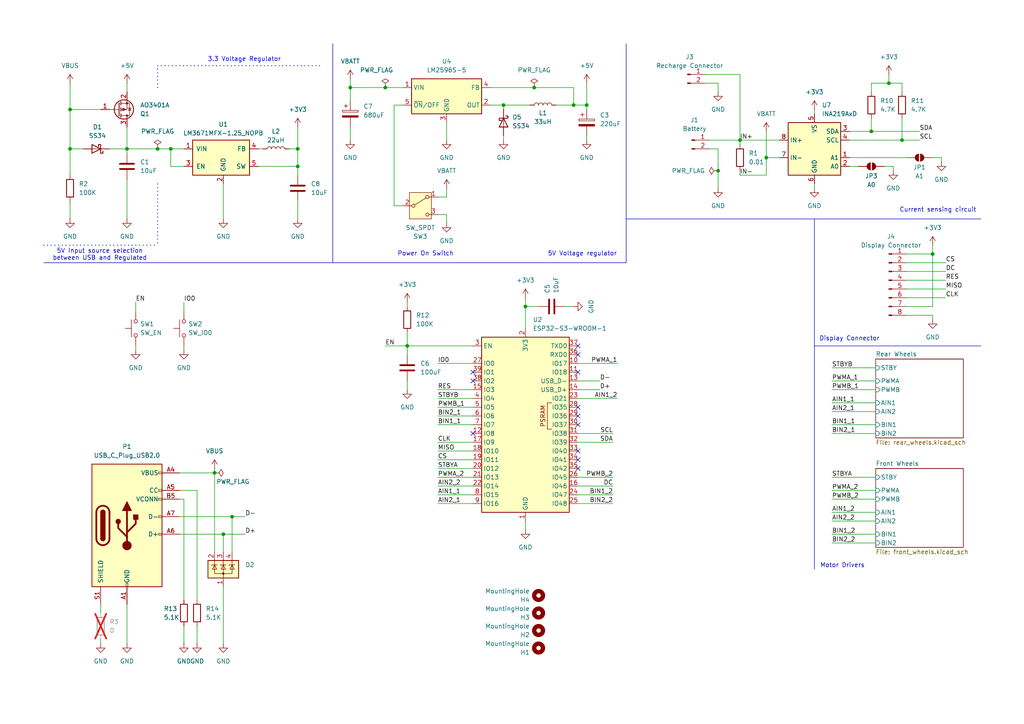
<source format=kicad_sch>
(kicad_sch (version 20250114) (generator "eeschema") (generator_version "9.0")
  (paper "A4")
  (title_block (title "Project Venice") (date "2025-06-15") (company "PSLab - Università di Bologna") (comment 4 "Nicolas Farabegoli"))
  (lib_symbols
    (symbol "Connector:Conn_01x02_Pin" (pin_names (offset 1.016) (hide yes))
      (property "Reference" "J" (at 0 2.54 0))
      (property "Value" "Conn_01x02_Pin" (at 0 -5.08 0))
      (symbol "Conn_01x02_Pin_1_1"
        (pin passive line (at 5.08 0 180) (length 3.81) (name "Pin_1") (number "1"))
        (pin passive line (at 5.08 -2.54 180) (length 3.81) (name "Pin_2") (number "2"))
      )
    )
    (symbol "Connector:Conn_01x08_Pin" (pin_names (offset 1.016) (hide yes))
      (property "Reference" "J" (at 0 10.16 0))
      (property "Value" "Conn_01x08_Pin" (at 0 -12.7 0))
      (symbol "Conn_01x08_Pin_1_1"
        (pin passive line (at 5.08 7.62 180) (length 3.81) (name "Pin_1") (number "1"))
        (pin passive line (at 5.08 5.08 180) (length 3.81) (name "Pin_2") (number "2"))
        (pin passive line (at 5.08 2.54 180) (length 3.81) (name "Pin_3") (number "3"))
        (pin passive line (at 5.08 0 180) (length 3.81) (name "Pin_4") (number "4"))
        (pin passive line (at 5.08 -2.54 180) (length 3.81) (name "Pin_5") (number "5"))
        (pin passive line (at 5.08 -5.08 180) (length 3.81) (name "Pin_6") (number "6"))
        (pin passive line (at 5.08 -7.62 180) (length 3.81) (name "Pin_7") (number "7"))
        (pin passive line (at 5.08 -10.16 180) (length 3.81) (name "Pin_8") (number "8"))
      )
    )
    (symbol "Connector:USB_C_Plug_USB2.0" (pin_names (offset 1.016))
      (property "Reference" "P" (at -10.16 19.05 0))
      (property "Value" "USB_C_Plug_USB2.0" (at 12.7 19.05 0))
      (symbol "USB_C_Plug_USB2.0_1_1"
        (pin passive line (at -7.62 -22.86 90) (length 5.08) (name "SHIELD") (number "S1"))
        (pin passive line (at 0 -22.86 90) (length 5.08) (name "GND") (number "A1"))
        (pin passive line (at 0 -22.86 90) (length 5.08) (hide yes) (name "GND") (number "A12"))
        (pin passive line (at 0 -22.86 90) (length 5.08) (hide yes) (name "GND") (number "B1"))
        (pin passive line (at 0 -22.86 90) (length 5.08) (hide yes) (name "GND") (number "B12"))
        (pin passive line (at 15.24 15.24 180) (length 5.08) (name "VBUS") (number "A4"))
        (pin passive line (at 15.24 15.24 180) (length 5.08) (hide yes) (name "VBUS") (number "A9"))
        (pin passive line (at 15.24 15.24 180) (length 5.08) (hide yes) (name "VBUS") (number "B4"))
        (pin passive line (at 15.24 15.24 180) (length 5.08) (hide yes) (name "VBUS") (number "B9"))
        (pin bidirectional line (at 15.24 10.16 180) (length 5.08) (name "CC") (number "A5"))
        (pin bidirectional line (at 15.24 7.62 180) (length 5.08) (name "VCONN") (number "B5"))
        (pin bidirectional line (at 15.24 2.54 180) (length 5.08) (name "D-") (number "A7"))
        (pin bidirectional line (at 15.24 -2.54 180) (length 5.08) (name "D+") (number "A6"))
      )
    )
    (symbol "Device:C" (pin_numbers (hide yes)) (pin_names (offset 0.254))
      (property "Reference" "C" (at 0.635 2.54 0))
      (property "Value" "C" (at 0.635 -2.54 0))
      (symbol "C_1_1"
        (pin passive line (at 0 3.81 270) (length 2.794) (name "~") (number "1"))
        (pin passive line (at 0 -3.81 90) (length 2.794) (name "~") (number "2"))
      )
    )
    (symbol "Device:C_Polarized" (pin_numbers (hide yes)) (pin_names (offset 0.254))
      (property "Reference" "C" (at 0.635 2.54 0))
      (property "Value" "C_Polarized" (at 0.635 -2.54 0))
      (symbol "C_Polarized_1_1"
        (pin passive line (at 0 3.81 270) (length 2.794) (name "~") (number "1"))
        (pin passive line (at 0 -3.81 90) (length 2.794) (name "~") (number "2"))
      )
    )
    (symbol "Device:L" (pin_numbers (hide yes)) (pin_names (offset 1.016) (hide yes))
      (property "Reference" "L" (at -1.27 0 90))
      (property "Value" "L" (at 1.905 0 90))
      (symbol "L_1_1"
        (pin passive line (at 0 3.81 270) (length 1.27) (name "1") (number "1"))
        (pin passive line (at 0 -3.81 90) (length 1.27) (name "2") (number "2"))
      )
    )
    (symbol "Device:R" (pin_numbers (hide yes)) (pin_names (offset 0))
      (property "Reference" "R" (at 2.032 0 90))
      (property "Value" "R" (at 0 0 90))
      (symbol "R_1_1"
        (pin passive line (at 0 3.81 270) (length 1.27) (name "~") (number "1"))
        (pin passive line (at 0 -3.81 90) (length 1.27) (name "~") (number "2"))
      )
    )
    (symbol "Diode:SS34" (pin_numbers (hide yes)) (pin_names (offset 1.016) (hide yes))
      (property "Reference" "D" (at 0 2.54 0))
      (property "Value" "SS34" (at 0 -2.54 0))
      (symbol "SS34_1_1"
        (pin passive line (at -3.81 0 0) (length 2.54) (name "K") (number "1"))
        (pin passive line (at 3.81 0 180) (length 2.54) (name "A") (number "2"))
      )
    )
    (symbol "Jumper:SolderJumper_2_Open" (pin_numbers (hide yes)) (pin_names (offset 0) (hide yes)) (in_bom no)
      (property "Reference" "JP" (at 0 2.032 0))
      (property "Value" "SolderJumper_2_Open" (at 0 -2.54 0))
      (symbol "SolderJumper_2_Open_1_1"
        (pin passive line (at -3.81 0 0) (length 2.54) (name "A") (number "1"))
        (pin passive line (at 3.81 0 180) (length 2.54) (name "B") (number "2"))
      )
    )
    (symbol "LM3671MFX-1.25_NOPB:LM3671MFX-1.25_NOPB" (pin_names (offset 1.016))
      (property "Reference" "U1" (at 0 9.652 0))
      (property "Value" "LM3671MFX-1.25_NOPB" (at 0 7.112 0))
      (symbol "LM3671MFX-1.25_NOPB_1_0"
        (pin input line (at -11.43 2.54 0) (length 2.54) (name "VIN") (number "1"))
        (pin bidirectional line (at -11.43 -2.54 0) (length 2.54) (name "EN") (number "3"))
        (pin power_in line (at 0 -7.62 90) (length 2.54) (name "GND") (number "2"))
        (pin bidirectional line (at 10.16 2.54 180) (length 2.54) (name "FB") (number "4"))
        (pin output line (at 10.16 -2.54 180) (length 2.54) (name "SW") (number "5"))
      )
    )
    (symbol "Mechanical:MountingHole" (pin_names (offset 1.016)) (in_bom no)
      (property "Reference" "H" (at 0 5.08 0))
      (property "Value" "MountingHole" (at 0 3.175 0))
    )
    (symbol "Power_Protection:SP0503BAHT" (pin_names (hide yes))
      (property "Reference" "D" (at 5.715 2.54 0))
      (property "Value" "SP0503BAHT" (at 5.715 0.635 0))
      (symbol "SP0503BAHT_0_0"
        (pin passive line (at 0 -5.08 90) (length 2.54) (name "A") (number "1"))
      )
      (symbol "SP0503BAHT_1_1"
        (pin passive line (at -2.54 5.08 270) (length 2.54) (name "K") (number "2"))
        (pin passive line (at 0 5.08 270) (length 2.54) (name "K") (number "3"))
        (pin passive line (at 2.54 5.08 270) (length 2.54) (name "K") (number "4"))
      )
    )
    (symbol "RF_Module:ESP32-S3-WROOM-1"
      (property "Reference" "U" (at -12.7 26.67 0))
      (property "Value" "ESP32-S3-WROOM-1" (at 12.7 26.67 0))
      (symbol "ESP32-S3-WROOM-1_0_0"
        (text "PSRAM" (at 5.08 2.54 900) (effects (font (size 1.27 1.27))))
      )
      (symbol "ESP32-S3-WROOM-1_1_1"
        (pin input line (at -15.24 22.86 0) (length 2.54) (name "EN") (number "3"))
        (pin bidirectional line (at -15.24 17.78 0) (length 2.54) (name "IO0") (number "27"))
        (pin bidirectional line (at -15.24 15.24 0) (length 2.54) (name "IO1") (number "39"))
        (pin bidirectional line (at -15.24 12.7 0) (length 2.54) (name "IO2") (number "38"))
        (pin bidirectional line (at -15.24 10.16 0) (length 2.54) (name "IO3") (number "15"))
        (pin bidirectional line (at -15.24 7.62 0) (length 2.54) (name "IO4") (number "4"))
        (pin bidirectional line (at -15.24 5.08 0) (length 2.54) (name "IO5") (number "5"))
        (pin bidirectional line (at -15.24 2.54 0) (length 2.54) (name "IO6") (number "6"))
        (pin bidirectional line (at -15.24 0 0) (length 2.54) (name "IO7") (number "7"))
        (pin bidirectional line (at -15.24 -2.54 0) (length 2.54) (name "IO8") (number "12"))
        (pin bidirectional line (at -15.24 -5.08 0) (length 2.54) (name "IO9") (number "17"))
        (pin bidirectional line (at -15.24 -7.62 0) (length 2.54) (name "IO10") (number "18"))
        (pin bidirectional line (at -15.24 -10.16 0) (length 2.54) (name "IO11") (number "19"))
        (pin bidirectional line (at -15.24 -12.7 0) (length 2.54) (name "IO12") (number "20"))
        (pin bidirectional line (at -15.24 -15.24 0) (length 2.54) (name "IO13") (number "21"))
        (pin bidirectional line (at -15.24 -17.78 0) (length 2.54) (name "IO14") (number "22"))
        (pin bidirectional line (at -15.24 -20.32 0) (length 2.54) (name "IO15") (number "8"))
        (pin bidirectional line (at -15.24 -22.86 0) (length 2.54) (name "IO16") (number "9"))
        (pin power_in line (at 0 27.94 270) (length 2.54) (name "3V3") (number "2"))
        (pin power_in line (at 0 -27.94 90) (length 2.54) (name "GND") (number "1"))
        (pin passive line (at 0 -27.94 90) (length 2.54) (hide yes) (name "GND") (number "40"))
        (pin passive line (at 0 -27.94 90) (length 2.54) (hide yes) (name "GND") (number "41"))
        (pin bidirectional line (at 15.24 22.86 180) (length 2.54) (name "TXD0") (number "37"))
        (pin bidirectional line (at 15.24 20.32 180) (length 2.54) (name "RXD0") (number "36"))
        (pin bidirectional line (at 15.24 17.78 180) (length 2.54) (name "IO17") (number "10"))
        (pin bidirectional line (at 15.24 15.24 180) (length 2.54) (name "IO18") (number "11"))
        (pin bidirectional line (at 15.24 12.7 180) (length 2.54) (name "USB_D-") (number "13"))
        (pin bidirectional line (at 15.24 10.16 180) (length 2.54) (name "USB_D+") (number "14"))
        (pin bidirectional line (at 15.24 7.62 180) (length 2.54) (name "IO21") (number "23"))
        (pin bidirectional line (at 15.24 5.08 180) (length 2.54) (name "IO35") (number "28"))
        (pin bidirectional line (at 15.24 2.54 180) (length 2.54) (name "IO36") (number "29"))
        (pin bidirectional line (at 15.24 0 180) (length 2.54) (name "IO37") (number "30"))
        (pin bidirectional line (at 15.24 -2.54 180) (length 2.54) (name "IO38") (number "31"))
        (pin bidirectional line (at 15.24 -5.08 180) (length 2.54) (name "IO39") (number "32"))
        (pin bidirectional line (at 15.24 -7.62 180) (length 2.54) (name "IO40") (number "33"))
        (pin bidirectional line (at 15.24 -10.16 180) (length 2.54) (name "IO41") (number "34"))
        (pin bidirectional line (at 15.24 -12.7 180) (length 2.54) (name "IO42") (number "35"))
        (pin bidirectional line (at 15.24 -15.24 180) (length 2.54) (name "IO45") (number "26"))
        (pin bidirectional line (at 15.24 -17.78 180) (length 2.54) (name "IO46") (number "16"))
        (pin bidirectional line (at 15.24 -20.32 180) (length 2.54) (name "IO47") (number "24"))
        (pin bidirectional line (at 15.24 -22.86 180) (length 2.54) (name "IO48") (number "25"))
      )
    )
    (symbol "Regulator_Switching:LM2596S-5"
      (property "Reference" "U" (at -10.16 6.35 0))
      (property "Value" "LM2596S-5" (at 0 6.35 0))
      (symbol "LM2596S-5_1_1"
        (pin power_in line (at -12.7 2.54 0) (length 2.54) (name "VIN") (number "1"))
        (pin input line (at -12.7 -2.54 0) (length 2.54) (name "~{ON}/OFF") (number "5"))
        (pin power_in line (at 0 -7.62 90) (length 2.54) (name "GND") (number "3"))
        (pin input line (at 12.7 2.54 180) (length 2.54) (name "FB") (number "4"))
        (pin output line (at 12.7 -2.54 180) (length 2.54) (name "OUT") (number "2"))
      )
    )
    (symbol "Sensor_Energy:INA219AxD"
      (property "Reference" "U" (at -6.35 8.89 0))
      (property "Value" "INA219AxD" (at 5.08 8.89 0))
      (symbol "INA219AxD_1_1"
        (pin input line (at -10.16 2.54 0) (length 2.54) (name "IN+") (number "8"))
        (pin input line (at -10.16 -2.54 0) (length 2.54) (name "IN-") (number "7"))
        (pin power_in line (at 0 10.16 270) (length 2.54) (name "VS") (number "5"))
        (pin power_in line (at 0 -10.16 90) (length 2.54) (name "GND") (number "6"))
        (pin bidirectional line (at 10.16 5.08 180) (length 2.54) (name "SDA") (number "3"))
        (pin input line (at 10.16 2.54 180) (length 2.54) (name "SCL") (number "4"))
        (pin input line (at 10.16 -2.54 180) (length 2.54) (name "A1") (number "1"))
        (pin input line (at 10.16 -5.08 180) (length 2.54) (name "A0") (number "2"))
      )
    )
    (symbol "Switch:SW_Push" (pin_numbers (hide yes)) (pin_names (offset 1.016) (hide yes))
      (property "Reference" "SW" (at 1.27 2.54 0))
      (property "Value" "SW_Push" (at 0 -1.524 0))
      (symbol "SW_Push_0_1"
        (pin passive line (at -5.08 0 0) (length 2.54) (name "1") (number "1"))
        (pin passive line (at 5.08 0 180) (length 2.54) (name "2") (number "2"))
      )
    )
    (symbol "Switch:SW_SPDT" (pin_names (offset 0) (hide yes))
      (property "Reference" "SW" (at 0 5.08 0))
      (property "Value" "SW_SPDT" (at 0 -5.08 0))
      (symbol "SW_SPDT_1_1"
        (pin passive line (at -5.08 0 0) (length 2.54) (name "B") (number "2"))
        (pin passive line (at 5.08 2.54 180) (length 2.54) (name "A") (number "1"))
        (pin passive line (at 5.08 -2.54 180) (length 2.54) (name "C") (number "3"))
      )
    )
    (symbol "Transistor_FET:AO3401A" (pin_names (hide yes))
      (property "Reference" "Q" (at 5.08 1.905 0))
      (property "Value" "AO3401A" (at 5.08 0 0))
      (symbol "AO3401A_1_1"
        (pin input line (at -5.08 0 0) (length 2.54) (name "G") (number "1"))
        (pin passive line (at 2.54 5.08 270) (length 2.54) (name "D") (number "3"))
        (pin passive line (at 2.54 -5.08 90) (length 2.54) (name "S") (number "2"))
      )
    )
    (symbol "power:+3V3" (power) (pin_numbers (hide yes)) (pin_names (offset 0) (hide yes))
      (property "Value" "+3V3" (at 0 3.556 0))
      (symbol "+3V3_1_1"
        (pin power_in line (at 0 0 90) (length 0) (name "~") (number "1"))
      )
    )
    (symbol "power:+5V" (power) (pin_numbers (hide yes)) (pin_names (offset 0) (hide yes))
      (property "Value" "+5V" (at 0 3.556 0))
      (symbol "+5V_1_1"
        (pin power_in line (at 0 0 90) (length 0) (name "~") (number "1"))
      )
    )
    (symbol "power:GND" (power) (pin_numbers (hide yes)) (pin_names (offset 0) (hide yes))
      (property "Value" "GND" (at 0 -3.81 0))
      (symbol "GND_1_1"
        (pin power_in line (at 0 0 270) (length 0) (name "~") (number "1"))
      )
    )
    (symbol "power:PWR_FLAG" (power) (pin_numbers (hide yes)) (pin_names (offset 0) (hide yes))
      (property "Value" "PWR_FLAG" (at 0 3.81 0))
      (symbol "PWR_FLAG_0_0"
        (pin power_out line (at 0 0 90) (length 0) (name "~") (number "1"))
      )
    )
    (symbol "power:VBUS" (power) (pin_numbers (hide yes)) (pin_names (offset 0) (hide yes))
      (property "Value" "VBUS" (at 0 3.556 0))
      (symbol "VBUS_1_1"
        (pin power_in line (at 0 0 90) (length 0) (name "~") (number "1"))
      )
    )
    (symbol "power:VDC" (power) (pin_numbers (hide yes)) (pin_names (offset 0) (hide yes))
      (property "Value" "VDC" (at 0 3.556 0))
      (symbol "VDC_1_1"
        (pin power_in line (at 0 0 90) (length 0) (name "~") (number "1"))
      )
    )
  )
  (text "Motor Drivers" (at 244.348 164.084 0) (effects (font (size 1.27 1.27))))
  (text "5V Voltage regulator" (at 168.91 73.66 0) (effects (font (size 1.27 1.27))))
  (text "5V Input source selection\nbetween USB and Regulated" (at 28.956 73.914 0) (effects (font (size 1.27 1.27))))
  (text "Display Connector" (at 246.38 98.298 0) (effects (font (size 1.27 1.27))))
  (text "Power On Switch" (at 123.444 73.66 0) (effects (font (size 1.27 1.27))))
  (text "Current sensing circuit" (at 272.034 60.96 0) (effects (font (size 1.27 1.27))))
  (text "3.3 Voltage Regulator" (at 70.866 17.272 0) (effects (font (size 1.27 1.27))))
  (junction (at 146.05 30.48))
  (junction (at 208.28 49.53))
  (junction (at 166.37 30.48))
  (junction (at 261.62 40.64))
  (junction (at 111.76 25.4))
  (junction (at 222.25 45.72))
  (junction (at 101.6 25.4))
  (junction (at 64.77 154.94))
  (junction (at 154.94 25.4))
  (junction (at 214.63 40.64))
  (junction (at 49.53 43.18))
  (junction (at 86.36 48.26))
  (junction (at 20.32 43.18))
  (junction (at 36.83 43.18))
  (junction (at 257.81 24.13))
  (junction (at 170.18 30.48))
  (junction (at 270.51 73.66))
  (junction (at 62.23 137.16))
  (junction (at 20.32 31.75))
  (junction (at 118.11 100.33))
  (junction (at 67.31 149.86))
  (junction (at 252.73 38.1))
  (junction (at 152.4 88.9))
  (junction (at 86.36 43.18))
  (junction (at 45.72 43.18))
  (no_connect (at 167.64 133.35))
  (no_connect (at 167.64 102.87))
  (no_connect (at 167.64 118.11))
  (no_connect (at 167.64 135.89))
  (no_connect (at 167.64 120.65))
  (no_connect (at 137.16 110.49))
  (no_connect (at 167.64 100.33))
  (no_connect (at 137.16 107.95))
  (no_connect (at 137.16 125.73))
  (no_connect (at 167.64 130.81))
  (no_connect (at 167.64 107.95))
  (no_connect (at 167.64 123.19))
  (wire (pts (xy 262.89 91.44) (xy 270.51 91.44)))
  (wire (pts (xy 262.89 73.66) (xy 270.51 73.66)))
  (wire (pts (xy 222.25 38.1) (xy 222.25 45.72)))
  (wire (pts (xy 170.18 30.48) (xy 170.18 31.75)))
  (wire (pts (xy 257.81 24.13) (xy 261.62 24.13)))
  (wire (pts (xy 152.4 88.9) (xy 156.21 88.9)))
  (wire (pts (xy 259.08 48.26) (xy 259.08 49.53)))
  (polyline (pts (xy 181.61 12.7) (xy 181.61 76.2)))
  (wire (pts (xy 20.32 24.13) (xy 20.32 31.75)))
  (wire (pts (xy 49.53 48.26) (xy 49.53 43.18)))
  (wire (pts (xy 29.21 185.42) (xy 29.21 186.69)))
  (wire (pts (xy 29.21 31.75) (xy 20.32 31.75)))
  (wire (pts (xy 204.47 21.59) (xy 214.63 21.59)))
  (wire (pts (xy 57.15 181.61) (xy 57.15 186.69)))
  (wire (pts (xy 64.77 170.18) (xy 64.77 186.69)))
  (wire (pts (xy 177.8 146.05) (xy 167.64 146.05)))
  (wire (pts (xy 36.83 52.07) (xy 36.83 63.5)))
  (wire (pts (xy 53.34 144.78) (xy 52.07 144.78)))
  (wire (pts (xy 261.62 40.64) (xy 266.7 40.64)))
  (wire (pts (xy 167.64 143.51) (xy 177.8 143.51)))
  (wire (pts (xy 146.05 30.48) (xy 146.05 31.75)))
  (wire (pts (xy 163.83 88.9) (xy 166.37 88.9)))
  (wire (pts (xy 127 135.89) (xy 137.16 135.89)))
  (wire (pts (xy 137.16 140.97) (xy 127 140.97)))
  (wire (pts (xy 257.81 21.59) (xy 257.81 24.13)))
  (wire (pts (xy 36.83 36.83) (xy 36.83 43.18)))
  (wire (pts (xy 167.64 113.03) (xy 173.99 113.03)))
  (wire (pts (xy 214.63 21.59) (xy 214.63 40.64)))
  (wire (pts (xy 252.73 26.67) (xy 252.73 24.13)))
  (wire (pts (xy 241.3 106.68) (xy 254 106.68)))
  (wire (pts (xy 62.23 137.16) (xy 62.23 135.89)))
  (wire (pts (xy 127 146.05) (xy 137.16 146.05)))
  (wire (pts (xy 53.34 87.63) (xy 53.34 90.17)))
  (wire (pts (xy 86.36 48.26) (xy 86.36 50.8)))
  (wire (pts (xy 241.3 119.38) (xy 254 119.38)))
  (wire (pts (xy 204.47 24.13) (xy 208.28 24.13)))
  (wire (pts (xy 236.22 53.34) (xy 236.22 54.61)))
  (wire (pts (xy 241.3 116.84) (xy 254 116.84)))
  (wire (pts (xy 118.11 87.63) (xy 118.11 88.9)))
  (wire (pts (xy 222.25 45.72) (xy 226.06 45.72)))
  (wire (pts (xy 137.16 130.81) (xy 127 130.81)))
  (wire (pts (xy 86.36 43.18) (xy 83.82 43.18)))
  (polyline (pts (xy 96.52 76.2) (xy 181.61 76.2)))
  (wire (pts (xy 114.3 59.69) (xy 116.84 59.69)))
  (wire (pts (xy 64.77 53.34) (xy 64.77 63.5)))
  (wire (pts (xy 74.93 43.18) (xy 76.2 43.18)))
  (wire (pts (xy 142.24 25.4) (xy 154.94 25.4)))
  (wire (pts (xy 101.6 22.86) (xy 101.6 25.4)))
  (wire (pts (xy 129.54 57.15) (xy 129.54 54.61)))
  (wire (pts (xy 261.62 34.29) (xy 261.62 40.64)))
  (wire (pts (xy 252.73 34.29) (xy 252.73 38.1)))
  (polyline (pts (xy 96.52 12.7) (xy 96.52 76.2)))
  (wire (pts (xy 241.3 157.48) (xy 254 157.48)))
  (wire (pts (xy 152.4 151.13) (xy 152.4 153.67)))
  (wire (pts (xy 53.34 100.33) (xy 53.34 101.6)))
  (wire (pts (xy 262.89 86.36) (xy 274.32 86.36)))
  (wire (pts (xy 127 143.51) (xy 137.16 143.51)))
  (wire (pts (xy 241.3 144.78) (xy 254 144.78)))
  (wire (pts (xy 152.4 88.9) (xy 152.4 95.25)))
  (wire (pts (xy 262.89 88.9) (xy 270.51 88.9)))
  (wire (pts (xy 20.32 31.75) (xy 20.32 43.18)))
  (wire (pts (xy 167.64 105.41) (xy 179.07 105.41)))
  (wire (pts (xy 127 123.19) (xy 137.16 123.19)))
  (wire (pts (xy 52.07 137.16) (xy 62.23 137.16)))
  (wire (pts (xy 241.3 151.13) (xy 254 151.13)))
  (wire (pts (xy 205.74 43.18) (xy 208.28 43.18)))
  (wire (pts (xy 127 105.41) (xy 137.16 105.41)))
  (wire (pts (xy 246.38 45.72) (xy 262.89 45.72)))
  (polyline (pts (xy 45.72 19.05) (xy 92.71 19.05)) (stroke (width 0.254) (type dot)))
  (wire (pts (xy 208.28 43.18) (xy 208.28 49.53)))
  (wire (pts (xy 20.32 43.18) (xy 24.13 43.18)))
  (wire (pts (xy 74.93 48.26) (xy 86.36 48.26)))
  (wire (pts (xy 270.51 45.72) (xy 273.05 45.72)))
  (wire (pts (xy 262.89 76.2) (xy 274.32 76.2)))
  (wire (pts (xy 270.51 91.44) (xy 270.51 92.71)))
  (polyline (pts (xy 45.72 53.34) (xy 45.72 71.12)) (stroke (width 0.254) (type dot)))
  (wire (pts (xy 146.05 30.48) (xy 153.67 30.48)))
  (wire (pts (xy 214.63 40.64) (xy 214.63 41.91)))
  (wire (pts (xy 261.62 24.13) (xy 261.62 26.67)))
  (wire (pts (xy 270.51 73.66) (xy 270.51 71.12)))
  (wire (pts (xy 53.34 181.61) (xy 53.34 186.69)))
  (wire (pts (xy 39.37 87.63) (xy 39.37 90.17)))
  (wire (pts (xy 101.6 25.4) (xy 111.76 25.4)))
  (polyline (pts (xy 12.7 76.2) (xy 96.52 76.2)))
  (wire (pts (xy 208.28 49.53) (xy 208.28 54.61)))
  (wire (pts (xy 29.21 175.26) (xy 29.21 177.8)))
  (wire (pts (xy 241.3 138.43) (xy 254 138.43)))
  (wire (pts (xy 167.64 140.97) (xy 177.8 140.97)))
  (wire (pts (xy 273.05 45.72) (xy 273.05 46.99)))
  (wire (pts (xy 62.23 137.16) (xy 62.23 160.02)))
  (polyline (pts (xy 284.48 100.33) (xy 236.22 100.33)))
  (wire (pts (xy 86.36 58.42) (xy 86.36 63.5)))
  (wire (pts (xy 262.89 78.74) (xy 274.32 78.74)))
  (wire (pts (xy 154.94 25.4) (xy 166.37 25.4)))
  (wire (pts (xy 167.64 115.57) (xy 179.07 115.57)))
  (wire (pts (xy 127 115.57) (xy 137.16 115.57)))
  (wire (pts (xy 166.37 30.48) (xy 170.18 30.48)))
  (wire (pts (xy 222.25 50.8) (xy 222.25 45.72)))
  (wire (pts (xy 67.31 149.86) (xy 71.12 149.86)))
  (wire (pts (xy 20.32 58.42) (xy 20.32 63.5)))
  (wire (pts (xy 31.75 43.18) (xy 36.83 43.18)))
  (wire (pts (xy 167.64 128.27) (xy 177.8 128.27)))
  (wire (pts (xy 118.11 96.52) (xy 118.11 100.33)))
  (wire (pts (xy 246.38 48.26) (xy 248.92 48.26)))
  (wire (pts (xy 241.3 123.19) (xy 254 123.19)))
  (wire (pts (xy 270.51 73.66) (xy 270.51 88.9)))
  (wire (pts (xy 52.07 154.94) (xy 64.77 154.94)))
  (wire (pts (xy 36.83 43.18) (xy 36.83 44.45)))
  (wire (pts (xy 53.34 48.26) (xy 49.53 48.26)))
  (wire (pts (xy 241.3 148.59) (xy 254 148.59)))
  (wire (pts (xy 152.4 86.36) (xy 152.4 88.9)))
  (wire (pts (xy 252.73 38.1) (xy 266.7 38.1)))
  (wire (pts (xy 170.18 24.13) (xy 170.18 30.48)))
  (polyline (pts (xy 236.22 63.5) (xy 236.22 100.33)))
  (wire (pts (xy 101.6 25.4) (xy 101.6 29.21)))
  (wire (pts (xy 262.89 83.82) (xy 274.32 83.82)))
  (wire (pts (xy 214.63 49.53) (xy 214.63 50.8)))
  (wire (pts (xy 111.76 100.33) (xy 118.11 100.33)))
  (wire (pts (xy 127 138.43) (xy 137.16 138.43)))
  (wire (pts (xy 146.05 39.37) (xy 146.05 40.64)))
  (wire (pts (xy 167.64 110.49) (xy 173.99 110.49)))
  (wire (pts (xy 142.24 30.48) (xy 146.05 30.48)))
  (wire (pts (xy 177.8 138.43) (xy 167.64 138.43)))
  (polyline (pts (xy 236.22 100.33) (xy 236.22 165.1)))
  (wire (pts (xy 20.32 43.18) (xy 20.32 50.8)))
  (wire (pts (xy 118.11 100.33) (xy 137.16 100.33)))
  (wire (pts (xy 36.83 175.26) (xy 36.83 186.69)))
  (wire (pts (xy 53.34 144.78) (xy 53.34 173.99)))
  (wire (pts (xy 161.29 30.48) (xy 166.37 30.48)))
  (wire (pts (xy 214.63 50.8) (xy 222.25 50.8)))
  (wire (pts (xy 241.3 110.49) (xy 254 110.49)))
  (polyline (pts (xy 12.7 71.12) (xy 45.72 71.12)) (stroke (width 0.254) (type dot)))
  (wire (pts (xy 236.22 31.75) (xy 236.22 33.02)))
  (wire (pts (xy 256.54 48.26) (xy 259.08 48.26)))
  (polyline (pts (xy 45.72 25.4) (xy 45.72 19.05)) (stroke (width 0.254) (type dot)))
  (wire (pts (xy 127 62.23) (xy 129.54 62.23)))
  (wire (pts (xy 205.74 40.64) (xy 214.63 40.64)))
  (wire (pts (xy 170.18 39.37) (xy 170.18 40.64)))
  (wire (pts (xy 127 120.65) (xy 137.16 120.65)))
  (wire (pts (xy 114.3 30.48) (xy 114.3 59.69)))
  (wire (pts (xy 118.11 100.33) (xy 118.11 102.87)))
  (wire (pts (xy 36.83 43.18) (xy 45.72 43.18)))
  (wire (pts (xy 127 118.11) (xy 137.16 118.11)))
  (wire (pts (xy 129.54 35.56) (xy 129.54 40.64)))
  (wire (pts (xy 52.07 142.24) (xy 57.15 142.24)))
  (wire (pts (xy 241.3 142.24) (xy 254 142.24)))
  (wire (pts (xy 114.3 30.48) (xy 116.84 30.48)))
  (wire (pts (xy 167.64 125.73) (xy 177.8 125.73)))
  (wire (pts (xy 64.77 154.94) (xy 64.77 160.02)))
  (wire (pts (xy 127 113.03) (xy 137.16 113.03)))
  (wire (pts (xy 166.37 25.4) (xy 166.37 30.48)))
  (wire (pts (xy 57.15 142.24) (xy 57.15 173.99)))
  (wire (pts (xy 129.54 62.23) (xy 129.54 64.77)))
  (wire (pts (xy 86.36 36.83) (xy 86.36 43.18)))
  (wire (pts (xy 101.6 36.83) (xy 101.6 40.64)))
  (wire (pts (xy 241.3 113.03) (xy 254 113.03)))
  (wire (pts (xy 214.63 40.64) (xy 226.06 40.64)))
  (wire (pts (xy 49.53 43.18) (xy 53.34 43.18)))
  (wire (pts (xy 252.73 24.13) (xy 257.81 24.13)))
  (wire (pts (xy 246.38 38.1) (xy 252.73 38.1)))
  (wire (pts (xy 241.3 154.94) (xy 254 154.94)))
  (wire (pts (xy 45.72 43.18) (xy 49.53 43.18)))
  (wire (pts (xy 118.11 110.49) (xy 118.11 113.03)))
  (wire (pts (xy 52.07 149.86) (xy 67.31 149.86)))
  (wire (pts (xy 111.76 25.4) (xy 116.84 25.4)))
  (wire (pts (xy 127 57.15) (xy 129.54 57.15)))
  (wire (pts (xy 137.16 128.27) (xy 127 128.27)))
  (wire (pts (xy 64.77 154.94) (xy 71.12 154.94)))
  (wire (pts (xy 86.36 48.26) (xy 86.36 43.18)))
  (wire (pts (xy 208.28 24.13) (xy 208.28 26.67)))
  (wire (pts (xy 246.38 40.64) (xy 261.62 40.64)))
  (wire (pts (xy 262.89 81.28) (xy 274.32 81.28)))
  (wire (pts (xy 39.37 100.33) (xy 39.37 101.6)))
  (polyline (pts (xy 181.61 63.5) (xy 284.48 63.5)))
  (wire (pts (xy 36.83 24.13) (xy 36.83 26.67)))
  (wire (pts (xy 137.16 133.35) (xy 127 133.35)))
  (wire (pts (xy 67.31 149.86) (xy 67.31 160.02)))
  (wire (pts (xy 241.3 125.73) (xy 254 125.73)))
  (label "STBYB" (at 241.3 106.68 0))
  (label "RES" (at 127 113.03 0))
  (label "PWMA_1" (at 179.07 105.41 180))
  (label "AIN1_1" (at 127 143.51 0))
  (label "STBYA" (at 241.3 138.43 0))
  (label "SCL" (at 266.7 40.64 0))
  (label "PWMA_2" (at 127 138.43 0))
  (label "IN-" (at 214.63 50.8 0))
  (label "EN" (at 111.76 100.33 0))
  (label "BIN1_1" (at 127 123.19 0))
  (label "BIN2_1" (at 127 120.65 0))
  (label "EN" (at 39.37 87.63 0))
  (label "BIN2_2" (at 241.3 157.48 0))
  (label "CS" (at 274.32 76.2 0))
  (label "CS" (at 127 133.35 0))
  (label "PWMB_2" (at 177.8 138.43 180))
  (label "AIN2_1" (at 127 146.05 0))
  (label "SDA" (at 266.7 38.1 0))
  (label "IO0" (at 127 105.41 0))
  (label "AIN2_1" (at 241.3 119.38 0))
  (label "CLK" (at 127 128.27 0))
  (label "AIN1_2" (at 179.07 115.57 180))
  (label "AIN1_2" (at 241.3 148.59 0))
  (label "SCL" (at 177.8 125.73 180))
  (label "RES" (at 274.32 81.28 0))
  (label "AIN2_2" (at 241.3 151.13 0))
  (label "D+" (at 71.12 154.94 0))
  (label "D-" (at 71.12 149.86 0))
  (label "BIN1_1" (at 241.3 123.19 0))
  (label "BIN2_2" (at 177.8 146.05 180))
  (label "AIN1_1" (at 241.3 116.84 0))
  (label "MISO" (at 274.32 83.82 0))
  (label "STBYA" (at 127 135.89 0))
  (label "IN+" (at 214.63 40.64 0))
  (label "STBYB" (at 127 115.57 0))
  (label "AIN2_2" (at 127 140.97 0))
  (label "BIN2_1" (at 241.3 125.73 0))
  (label "CLK" (at 274.32 86.36 0))
  (label "BIN1_2" (at 177.8 143.51 180))
  (label "DC" (at 274.32 78.74 0))
  (label "PWMB_1" (at 241.3 113.03 0))
  (label "D-" (at 173.99 110.49 0))
  (label "PWMA_2" (at 241.3 142.24 0))
  (label "PWMB_2" (at 241.3 144.78 0))
  (label "IO0" (at 53.34 87.63 0))
  (label "BIN1_2" (at 241.3 154.94 0))
  (label "D+" (at 173.99 113.03 0))
  (label "PWMB_1" (at 127 118.11 0))
  (label "PWMA_1" (at 241.3 110.49 0))
  (label "DC" (at 177.8 140.97 180))
  (label "SDA" (at 177.8 128.27 180))
  (label "MISO" (at 127 130.81 0))
  (symbol (lib_id "Mechanical:MountingHole") (at 156.21 187.96 180) (unit 1) (in_bom no)
    (property "Reference" "H1" (at 153.67 189.2301 0) (effects (justify left)))
    (property "Value" "MountingHole" (at 153.67 186.6901 0) (effects (justify left)))
    (property "Footprint" "MountingHole:MountingHole_3.2mm_M3" (effects (hide yes)))
    (property "Description" "Mounting Hole without connection" (effects (hide yes)))
  )
  (symbol (lib_id "Device:L") (at 157.48 30.48 90) (unit 1)
    (property "Reference" "L1" (at 157.48 32.766 90))
    (property "Value" "33uH" (at 157.48 35.306 90))
    (property "Footprint" "Inductor_SMD:L_10.4x10.4_H4.8" (effects (hide yes)))
    (property "Description" "Inductor" (effects (hide yes)))
    (property "LCSC" "C9186" (effects (hide yes)))
  )
  (symbol (lib_id "power:PWR_FLAG") (at 45.72 43.18 0) (unit 1)
    (property "Reference" "#FLG01" (effects (hide yes)))
    (property "Value" "PWR_FLAG" (at 45.72 38.1 0))
    (property "Description" "Special symbol for telling ERC where power comes from" (effects (hide yes)))
  )
  (symbol (lib_id "Device:R") (at 20.32 54.61 0) (unit 1)
    (property "Reference" "R2" (at 22.86 53.3399 0) (effects (justify left)))
    (property "Value" "100K" (at 22.86 55.8799 0) (effects (justify left)))
    (property "Footprint" "Resistor_SMD:R_0805_2012Metric" (effects (hide yes)))
    (property "Description" "Resistor" (effects (hide yes)))
    (property "LCSC" "C149504" (effects (hide yes)))
  )
  (symbol (lib_id "power:VBUS") (at 62.23 135.89 0) (unit 1)
    (property "Reference" "#PWR047" (effects (hide yes)))
    (property "Value" "VBUS" (at 62.23 130.81 0))
    (property "Description" "Power symbol creates a global label with name \"VBUS\"" (effects (hide yes)))
  )
  (symbol (lib_id "Connector:Conn_01x02_Pin") (at 200.66 40.64 0) (unit 1)
    (property "Reference" "J1" (at 201.422 34.798 0))
    (property "Value" "Battery" (at 201.422 37.338 0))
    (property "Footprint" "Connector_JST:JST_EH_S2B-EH_1x02_P2.50mm_Horizontal" (effects (hide yes)))
    (property "Description" "Generic connector, single row, 01x02, script generated" (effects (hide yes)))
  )
  (symbol (lib_id "Device:R") (at 57.15 177.8 0) (unit 1)
    (property "Reference" "R14" (at 59.69 176.5299 0) (effects (justify left)))
    (property "Value" "5.1K" (at 59.69 179.0699 0) (effects (justify left)))
    (property "Footprint" "Resistor_SMD:R_0805_2012Metric" (effects (hide yes)))
    (property "Description" "Resistor" (effects (hide yes)))
    (property "LCSC" "C27834" (effects (hide yes)))
  )
  (symbol (lib_id "Device:C") (at 86.36 54.61 0) (unit 1)
    (property "Reference" "C8" (at 90.17 53.3399 0) (effects (justify left)))
    (property "Value" "10uF" (at 90.17 55.8799 0) (effects (justify left)))
    (property "Footprint" "Capacitor_SMD:C_0805_2012Metric" (effects (hide yes)))
    (property "Description" "Unpolarized capacitor" (effects (hide yes)))
    (property "LCSC" "C15850" (effects (hide yes)))
  )
  (symbol (lib_id "power:GND") (at 86.36 63.5 0) (unit 1)
    (property "Reference" "#PWR049" (effects (hide yes)))
    (property "Value" "GND" (at 86.36 68.58 0))
    (property "Description" "Power symbol creates a global label with name \"GND\" , ground" (effects (hide yes)))
  )
  (symbol (lib_id "Device:R") (at 214.63 45.72 180) (unit 1)
    (property "Reference" "R1" (at 217.17 44.4499 0) (effects (justify right)))
    (property "Value" "0.01" (at 217.17 46.9899 0) (effects (justify right)))
    (property "Footprint" "Resistor_SMD:R_2512_6332Metric" (effects (hide yes)))
    (property "Description" "Resistor" (effects (hide yes)))
    (property "LCSC" "C25466" (effects (hide yes)))
  )
  (symbol (lib_id "Device:R") (at 261.62 30.48 0) (unit 1)
    (property "Reference" "R11" (at 264.16 29.2099 0) (effects (justify left)))
    (property "Value" "4.7K" (at 264.16 31.7499 0) (effects (justify left)))
    (property "Footprint" "Resistor_SMD:R_0805_2012Metric" (effects (hide yes)))
    (property "Description" "Resistor" (effects (hide yes)))
    (property "LCSC" "C17673" (effects (hide yes)))
  )
  (symbol (lib_id "power:VDC") (at 129.54 54.61 0) (mirror y) (unit 1)
    (property "Reference" "#PWR035" (effects (hide yes)))
    (property "Value" "VBATT" (at 129.54 49.53 0))
    (property "Description" "Power symbol creates a global label with name \"VDC\"" (effects (hide yes)))
  )
  (symbol (lib_id "power:PWR_FLAG") (at 154.94 25.4 0) (unit 1)
    (property "Reference" "#FLG04" (effects (hide yes)))
    (property "Value" "PWR_FLAG" (at 154.94 20.32 0))
    (property "Description" "Special symbol for telling ERC where power comes from" (effects (hide yes)))
  )
  (symbol (lib_id "Device:C") (at 36.83 48.26 0) (unit 1)
    (property "Reference" "C1" (at 40.64 46.9899 0) (effects (justify left)))
    (property "Value" "10uF" (at 40.64 49.5299 0) (effects (justify left)))
    (property "Footprint" "Capacitor_SMD:C_0805_2012Metric" (effects (hide yes)))
    (property "Description" "Unpolarized capacitor" (effects (hide yes)))
    (property "LCSC" "C15850" (effects (hide yes)))
  )
  (symbol (lib_id "power:GND") (at 64.77 63.5 0) (unit 1)
    (property "Reference" "#PWR041" (effects (hide yes)))
    (property "Value" "GND" (at 64.77 68.58 0))
    (property "Description" "Power symbol creates a global label with name \"GND\" , ground" (effects (hide yes)))
  )
  (symbol (lib_id "power:GND") (at 129.54 40.64 0) (unit 1)
    (property "Reference" "#PWR03" (effects (hide yes)))
    (property "Value" "GND" (at 129.54 45.72 0))
    (property "Description" "Power symbol creates a global label with name \"GND\" , ground" (effects (hide yes)))
  )
  (symbol (lib_id "power:GND") (at 101.6 40.64 0) (unit 1)
    (property "Reference" "#PWR025" (effects (hide yes)))
    (property "Value" "GND" (at 101.6 45.72 0))
    (property "Description" "Power symbol creates a global label with name \"GND\" , ground" (effects (hide yes)))
  )
  (symbol (lib_id "Device:C_Polarized") (at 101.6 33.02 0) (unit 1)
    (property "Reference" "C7" (at 105.41 30.8609 0) (effects (justify left)))
    (property "Value" "680uF" (at 105.41 33.4009 0) (effects (justify left)))
    (property "Footprint" "Capacitor_SMD:CP_Elec_10x10" (effects (hide yes)))
    (property "Description" "Polarized capacitor" (effects (hide yes)))
    (property "LCSC" "C5632152" (effects (hide yes)))
  )
  (symbol (lib_id "power:GND") (at 39.37 101.6 0) (unit 1)
    (property "Reference" "#PWR034" (effects (hide yes)))
    (property "Value" "GND" (at 39.37 106.68 0))
    (property "Description" "Power symbol creates a global label with name \"GND\" , ground" (effects (hide yes)))
  )
  (symbol (lib_id "power:+3V3") (at 118.11 87.63 0) (unit 1)
    (property "Reference" "#PWR039" (effects (hide yes)))
    (property "Value" "+3V3" (at 118.11 82.55 0))
    (property "Description" "Power symbol creates a global label with name \"+3V3\"" (effects (hide yes)))
  )
  (symbol (lib_id "power:+5V") (at 170.18 24.13 0) (unit 1)
    (property "Reference" "#PWR010" (effects (hide yes)))
    (property "Value" "+5V" (at 170.18 19.05 0))
    (property "Description" "Power symbol creates a global label with name \"+5V\"" (effects (hide yes)))
  )
  (symbol (lib_id "power:+5V") (at 36.83 24.13 0) (unit 1)
    (property "Reference" "#PWR011" (effects (hide yes)))
    (property "Value" "+5V" (at 36.83 19.05 0))
    (property "Description" "Power symbol creates a global label with name \"+5V\"" (effects (hide yes)))
  )
  (symbol (lib_id "power:GND") (at 273.05 46.99 0) (unit 1)
    (property "Reference" "#PWR015" (effects (hide yes)))
    (property "Value" "GND" (at 273.05 52.07 0))
    (property "Description" "Power symbol creates a global label with name \"GND\" , ground" (effects (hide yes)))
  )
  (symbol (lib_id "Mechanical:MountingHole") (at 156.21 177.8 180) (unit 1) (in_bom no)
    (property "Reference" "H3" (at 153.67 179.0701 0) (effects (justify left)))
    (property "Value" "MountingHole" (at 153.67 176.5301 0) (effects (justify left)))
    (property "Footprint" "MountingHole:MountingHole_3.2mm_M3" (effects (hide yes)))
    (property "Description" "Mounting Hole without connection" (effects (hide yes)))
  )
  (symbol (lib_id "Regulator_Switching:LM2596S-5") (at 129.54 27.94 0) (unit 1)
    (property "Reference" "U4" (at 129.54 17.78 0))
    (property "Value" "LM2596S-5" (at 129.54 20.32 0))
    (property "Footprint" "Package_TO_SOT_SMD:TO-263-5_TabPin3" (effects (hide yes)))
    (property "Datasheet" "http://www.ti.com/lit/ds/symlink/lm2596.pdf" (effects (hide yes)))
    (property "Description" "5V 3A Step-Down Voltage Regulator, TO-263" (effects (hide yes)))
    (property "LCSC" "C19631823" (effects (hide yes)))
  )
  (symbol (lib_id "power:GND") (at 36.83 186.69 0) (unit 1)
    (property "Reference" "#PWR032" (effects (hide yes)))
    (property "Value" "GND" (at 36.83 191.77 0))
    (property "Description" "Power symbol creates a global label with name \"GND\" , ground" (effects (hide yes)))
  )
  (symbol (lib_id "Device:C") (at 160.02 88.9 90) (unit 1)
    (property "Reference" "C5" (at 158.7499 85.09 0) (effects (justify left)))
    (property "Value" "10uF" (at 161.2899 85.09 0) (effects (justify left)))
    (property "Footprint" "Capacitor_SMD:C_0805_2012Metric" (effects (hide yes)))
    (property "Description" "Unpolarized capacitor" (effects (hide yes)))
    (property "LCSC" "C15850" (effects (hide yes)))
  )
  (symbol (lib_id "Device:L") (at 80.01 43.18 90) (unit 1)
    (property "Reference" "L2" (at 80.01 38.1 90))
    (property "Value" "22uH" (at 80.01 40.64 90))
    (property "Footprint" "Inductor_SMD:L_Taiyo-Yuden_MD-5050" (effects (hide yes)))
    (property "Description" "Inductor" (effects (hide yes)))
    (property "LCSC" "C9391" (effects (hide yes)))
  )
  (symbol (lib_id "power:+3V3") (at 257.81 21.59 0) (unit 1)
    (property "Reference" "#PWR027" (effects (hide yes)))
    (property "Value" "+3V3" (at 257.81 16.51 0))
    (property "Description" "Power symbol creates a global label with name \"+3V3\"" (effects (hide yes)))
  )
  (symbol (lib_id "power:GND") (at 236.22 54.61 0) (unit 1)
    (property "Reference" "#PWR06" (effects (hide yes)))
    (property "Value" "GND" (at 236.22 59.69 0))
    (property "Description" "Power symbol creates a global label with name \"GND\" , ground" (effects (hide yes)))
  )
  (symbol (lib_id "RF_Module:ESP32-S3-WROOM-1") (at 152.4 123.19 0) (unit 1)
    (property "Reference" "U2" (at 154.5433 92.71 0) (effects (justify left)))
    (property "Value" "ESP32-S3-WROOM-1" (at 154.5433 95.25 0) (effects (justify left)))
    (property "Footprint" "RF_Module:ESP32-S3-WROOM-1U" (effects (hide yes)))
    (property "Datasheet" "https://www.espressif.com/sites/default/files/documentation/esp32-s3-wroom-1_wroom-1u_datasheet_en.pdf" (effects (hide yes)))
    (property "Description" "RF Module, ESP32-S3 SoC, Wi-Fi 802.11b/g/n, Bluetooth, BLE, 32-bit, 3.3V, onboard antenna, SMD" (effects (hide yes)))
    (property "LCSC" "C2980296" (effects (hide yes)))
  )
  (symbol (lib_id "Sensor_Energy:INA219AxD") (at 236.22 43.18 0) (unit 1)
    (property "Reference" "U7" (at 238.3633 30.48 0) (effects (justify left)))
    (property "Value" "INA219AxD" (at 238.3633 33.02 0) (effects (justify left)))
    (property "Footprint" "Package_SO:SOIC-8_3.9x4.9mm_P1.27mm" (effects (hide yes)))
    (property "Datasheet" "http://www.ti.com/lit/ds/symlink/ina219.pdf" (effects (hide yes)))
    (property "Description" "Zero-Drift, Bidirectional Current/Power Monitor (0-26V) With I2C Interface, SOIC-8" (effects (hide yes)))
    (property "LCSC" "C138706" (effects (hide yes)))
  )
  (symbol (lib_id "Device:C") (at 118.11 106.68 0) (unit 1)
    (property "Reference" "C6" (at 121.92 105.4099 0) (effects (justify left)))
    (property "Value" "100uF" (at 121.92 107.9499 0) (effects (justify left)))
    (property "Footprint" "Capacitor_SMD:C_0805_2012Metric" (effects (hide yes)))
    (property "Description" "Unpolarized capacitor" (effects (hide yes)))
    (property "LCSC" "C141660" (effects (hide yes)))
  )
  (symbol (lib_id "Diode:SS34") (at 27.94 43.18 180) (unit 1)
    (property "Reference" "D1" (at 28.2575 36.83 0))
    (property "Value" "SS34" (at 28.2575 39.37 0))
    (property "Footprint" "Diode_SMD:D_SMA" (effects (hide yes)))
    (property "Datasheet" "https://www.vishay.com/docs/88751/ss32.pdf" (effects (hide yes)))
    (property "Description" "40V 3A Schottky Diode, SMA" (effects (hide yes)))
    (property "LCSC" "C8678" (effects (hide yes)))
  )
  (symbol (lib_id "power:GND") (at 36.83 63.5 0) (unit 1)
    (property "Reference" "#PWR023" (effects (hide yes)))
    (property "Value" "GND" (at 36.83 68.58 0))
    (property "Description" "Power symbol creates a global label with name \"GND\" , ground" (effects (hide yes)))
  )
  (symbol (lib_id "power:GND") (at 57.15 186.69 0) (unit 1)
    (property "Reference" "#PWR030" (effects (hide yes)))
    (property "Value" "GND" (at 57.15 191.77 0))
    (property "Description" "Power symbol creates a global label with name \"GND\" , ground" (effects (hide yes)))
  )
  (symbol (lib_id "power:GND") (at 53.34 101.6 0) (unit 1)
    (property "Reference" "#PWR033" (effects (hide yes)))
    (property "Value" "GND" (at 53.34 106.68 0))
    (property "Description" "Power symbol creates a global label with name \"GND\" , ground" (effects (hide yes)))
  )
  (symbol (lib_id "power:VDC") (at 222.25 38.1 0) (unit 1)
    (property "Reference" "#PWR01" (effects (hide yes)))
    (property "Value" "VBATT" (at 222.25 33.02 0))
    (property "Description" "Power symbol creates a global label with name \"VDC\"" (effects (hide yes)))
  )
  (symbol (lib_id "Switch:SW_SPDT") (at 121.92 59.69 0) (unit 1)
    (property "Reference" "SW3" (at 121.92 68.58 0))
    (property "Value" "SW_SPDT" (at 121.92 66.04 0))
    (property "Footprint" "Button_Switch_THT:SW_Slide_SPDT_Angled_CK_OS102011MA1Q" (effects (hide yes)))
    (property "Description" "Switch, single pole double throw" (effects (hide yes)))
  )
  (symbol (lib_id "Switch:SW_Push") (at 39.37 95.25 90) (unit 1)
    (property "Reference" "SW1" (at 40.64 93.9799 90) (effects (justify right)))
    (property "Value" "SW_EN" (at 40.64 96.5199 90) (effects (justify right)))
    (property "Footprint" "Button_Switch_SMD:SW_SPST_B3U-1000P" (effects (hide yes)))
    (property "Description" "Push button switch, generic, two pins" (effects (hide yes)))
    (property "LCSC" "C231329" (effects (hide yes)))
  )
  (symbol (lib_id "Connector:USB_C_Plug_USB2.0") (at 36.83 152.4 0) (unit 1)
    (property "Reference" "P1" (at 36.83 129.54 0))
    (property "Value" "USB_C_Plug_USB2.0" (at 36.83 132.08 0))
    (property "Footprint" "Connector_USB:USB_C_Receptacle_G-Switch_GT-USB-7010ASV" (effects (hide yes)))
    (property "Datasheet" "https://www.usb.org/sites/default/files/documents/usb_type-c.zip" (effects (hide yes)))
    (property "Description" "USB 2.0-only Type-C Plug connector" (effects (hide yes)))
    (property "LCSC" "C2988369" (effects (hide yes)))
  )
  (symbol (lib_id "power:GND") (at 64.77 186.69 0) (unit 1)
    (property "Reference" "#PWR053" (effects (hide yes)))
    (property "Value" "GND" (at 64.77 191.77 0))
    (property "Description" "Power symbol creates a global label with name \"GND\" , ground" (effects (hide yes)))
  )
  (symbol (lib_id "Device:R") (at 53.34 177.8 0) (unit 1)
    (property "Reference" "R13" (at 47.498 176.53 0) (effects (justify left)))
    (property "Value" "5.1K" (at 47.498 179.07 0) (effects (justify left)))
    (property "Footprint" "Resistor_SMD:R_0805_2012Metric" (effects (hide yes)))
    (property "Description" "Resistor" (effects (hide yes)))
    (property "LCSC" "C27834" (effects (hide yes)))
  )
  (symbol (lib_id "power:GND") (at 118.11 113.03 0) (unit 1)
    (property "Reference" "#PWR028" (effects (hide yes)))
    (property "Value" "GND" (at 118.11 118.11 0))
    (property "Description" "Power symbol creates a global label with name \"GND\" , ground" (effects (hide yes)))
  )
  (symbol (lib_id "Device:R") (at 118.11 92.71 0) (unit 1)
    (property "Reference" "R12" (at 120.65 91.4399 0) (effects (justify left)))
    (property "Value" "100K" (at 120.65 93.9799 0) (effects (justify left)))
    (property "Footprint" "Resistor_SMD:R_0805_2012Metric" (effects (hide yes)))
    (property "Description" "Resistor" (effects (hide yes)))
    (property "LCSC" "C149504" (effects (hide yes)))
  )
  (symbol (lib_id "Jumper:SolderJumper_2_Open") (at 252.73 48.26 0) (unit 1) (in_bom no)
    (property "Reference" "JP3" (at 252.73 51.054 0))
    (property "Value" "A0" (at 252.73 53.594 0))
    (property "Footprint" "Jumper:SolderJumper-2_P1.3mm_Open_RoundedPad1.0x1.5mm" (effects (hide yes)))
    (property "Description" "Solder Jumper, 2-pole, open" (effects (hide yes)))
  )
  (symbol (lib_id "power:GND") (at 170.18 40.64 0) (unit 1)
    (property "Reference" "#PWR026" (effects (hide yes)))
    (property "Value" "GND" (at 170.18 45.72 0))
    (property "Description" "Power symbol creates a global label with name \"GND\" , ground" (effects (hide yes)))
  )
  (symbol (lib_id "Diode:SS34") (at 146.05 35.56 270) (unit 1)
    (property "Reference" "D5" (at 148.59 33.9724 90) (effects (justify left)))
    (property "Value" "SS34" (at 148.59 36.5124 90) (effects (justify left)))
    (property "Footprint" "Diode_SMD:D_SMA" (effects (hide yes)))
    (property "Datasheet" "https://www.vishay.com/docs/88751/ss32.pdf" (effects (hide yes)))
    (property "Description" "40V 3A Schottky Diode, SMA" (effects (hide yes)))
    (property "LCSC" "C8678" (effects (hide yes)))
  )
  (symbol (lib_id "power:+3V3") (at 270.51 71.12 0) (unit 1)
    (property "Reference" "#PWR022" (effects (hide yes)))
    (property "Value" "+3V3" (at 270.51 66.04 0))
    (property "Description" "Power symbol creates a global label with name \"+3V3\"" (effects (hide yes)))
  )
  (symbol (lib_id "Device:R") (at 29.21 181.61 0) (unit 1) (in_bom no) (dnp yes)
    (property "Reference" "R3" (at 31.75 180.3399 0) (effects (justify left)))
    (property "Value" "0" (at 31.75 182.8799 0) (effects (justify left)))
    (property "Footprint" "Resistor_SMD:R_0805_2012Metric" (effects (hide yes)))
    (property "Description" "Resistor" (effects (hide yes)))
  )
  (symbol (lib_id "power:+3V3") (at 236.22 31.75 0) (unit 1)
    (property "Reference" "#PWR018" (effects (hide yes)))
    (property "Value" "+3V3" (at 236.22 26.67 0))
    (property "Description" "Power symbol creates a global label with name \"+3V3\"" (effects (hide yes)))
  )
  (symbol (lib_id "power:VBUS") (at 20.32 24.13 0) (unit 1)
    (property "Reference" "#PWR014" (effects (hide yes)))
    (property "Value" "VBUS" (at 20.32 19.05 0))
    (property "Description" "Power symbol creates a global label with name \"VBUS\"" (effects (hide yes)))
  )
  (symbol (lib_id "Power_Protection:SP0503BAHT") (at 64.77 165.1 0) (unit 1)
    (property "Reference" "D2" (at 71.12 163.8299 0) (effects (justify left)))
    (property "Value" "SP0503BAHT" (effects (hide yes)))
    (property "Footprint" "Package_TO_SOT_SMD:SOT-143" (effects (hide yes)))
    (property "Datasheet" "http://www.littelfuse.com/~/media/files/littelfuse/technical%20resources/documents/data%20sheets/sp05xxba.pdf" (effects (hide yes)))
    (property "Description" "TVS Diode Array, 5.5V Standoff, 3 Channels, SOT-143 package" (effects (hide yes)))
    (property "LCSC" "C2682275" (effects (hide yes)))
  )
  (symbol (lib_id "Jumper:SolderJumper_2_Open") (at 266.7 45.72 0) (unit 1) (in_bom no)
    (property "Reference" "JP1" (at 266.7 48.514 0))
    (property "Value" "A1" (at 266.7 51.054 0))
    (property "Footprint" "Jumper:SolderJumper-2_P1.3mm_Open_RoundedPad1.0x1.5mm" (effects (hide yes)))
    (property "Description" "Solder Jumper, 2-pole, open" (effects (hide yes)))
  )
  (symbol (lib_id "Mechanical:MountingHole") (at 156.21 182.88 180) (unit 1) (in_bom no)
    (property "Reference" "H2" (at 153.67 184.1501 0) (effects (justify left)))
    (property "Value" "MountingHole" (at 153.67 181.6101 0) (effects (justify left)))
    (property "Footprint" "MountingHole:MountingHole_3.2mm_M3" (effects (hide yes)))
    (property "Description" "Mounting Hole without connection" (effects (hide yes)))
  )
  (symbol (lib_id "power:GND") (at 152.4 153.67 0) (unit 1)
    (property "Reference" "#PWR017" (effects (hide yes)))
    (property "Value" "GND" (at 152.4 158.75 0))
    (property "Description" "Power symbol creates a global label with name \"GND\" , ground" (effects (hide yes)))
  )
  (symbol (lib_id "power:PWR_FLAG") (at 208.28 49.53 90) (unit 1)
    (property "Reference" "#FLG02" (effects (hide yes)))
    (property "Value" "PWR_FLAG" (at 204.47 49.5299 90) (effects (justify left)))
    (property "Description" "Special symbol for telling ERC where power comes from" (effects (hide yes)))
  )
  (symbol (lib_id "power:GND") (at 129.54 64.77 0) (mirror y) (unit 1)
    (property "Reference" "#PWR020" (effects (hide yes)))
    (property "Value" "GND" (at 129.54 69.85 0))
    (property "Description" "Power symbol creates a global label with name \"GND\" , ground" (effects (hide yes)))
  )
  (symbol (lib_id "power:GND") (at 29.21 186.69 0) (unit 1)
    (property "Reference" "#PWR031" (effects (hide yes)))
    (property "Value" "GND" (at 29.21 191.77 0))
    (property "Description" "Power symbol creates a global label with name \"GND\" , ground" (effects (hide yes)))
  )
  (symbol (lib_id "Device:R") (at 252.73 30.48 0) (unit 1)
    (property "Reference" "R10" (at 255.27 29.2099 0) (effects (justify left)))
    (property "Value" "4.7K" (at 255.27 31.7499 0) (effects (justify left)))
    (property "Footprint" "Resistor_SMD:R_0805_2012Metric" (effects (hide yes)))
    (property "Description" "Resistor" (effects (hide yes)))
    (property "LCSC" "C17673" (effects (hide yes)))
  )
  (symbol (lib_id "power:+3V3") (at 86.36 36.83 0) (unit 1)
    (property "Reference" "#PWR050" (effects (hide yes)))
    (property "Value" "+3V3" (at 86.36 31.75 0))
    (property "Description" "Power symbol creates a global label with name \"+3V3\"" (effects (hide yes)))
  )
  (symbol (lib_id "Device:C_Polarized") (at 170.18 35.56 0) (unit 1)
    (property "Reference" "C3" (at 173.99 33.4009 0) (effects (justify left)))
    (property "Value" "220uF" (at 173.99 35.9409 0) (effects (justify left)))
    (property "Footprint" "Capacitor_SMD:CP_Elec_6.3x7.7" (effects (hide yes)))
    (property "Description" "Polarized capacitor" (effects (hide yes)))
    (property "LCSC" "C3342" (effects (hide yes)))
  )
  (symbol (lib_id "power:GND") (at 259.08 49.53 0) (unit 1)
    (property "Reference" "#PWR09" (effects (hide yes)))
    (property "Value" "GND" (at 259.08 54.61 0))
    (property "Description" "Power symbol creates a global label with name \"GND\" , ground" (effects (hide yes)))
  )
  (symbol (lib_id "power:GND") (at 270.51 92.71 0) (unit 1)
    (property "Reference" "#PWR021" (effects (hide yes)))
    (property "Value" "GND" (at 270.51 97.79 0))
    (property "Description" "Power symbol creates a global label with name \"GND\" , ground" (effects (hide yes)))
  )
  (symbol (lib_id "power:GND") (at 208.28 26.67 0) (unit 1)
    (property "Reference" "#PWR048" (effects (hide yes)))
    (property "Value" "GND" (at 208.28 31.75 0))
    (property "Description" "Power symbol creates a global label with name \"GND\" , ground" (effects (hide yes)))
  )
  (symbol (lib_id "Connector:Conn_01x02_Pin") (at 199.39 21.59 0) (unit 1)
    (property "Reference" "J3" (at 200.025 16.51 0))
    (property "Value" "Recharge Connector" (at 200.025 19.05 0))
    (property "Footprint" "Connector_JST:JST_EH_B2B-EH-A_1x02_P2.50mm_Vertical" (effects (hide yes)))
    (property "Description" "Generic connector, single row, 01x02, script generated" (effects (hide yes)))
  )
  (symbol (lib_id "power:GND") (at 146.05 40.64 0) (unit 1)
    (property "Reference" "#PWR056" (effects (hide yes)))
    (property "Value" "GND" (at 146.05 45.72 0))
    (property "Description" "Power symbol creates a global label with name \"GND\" , ground" (effects (hide yes)))
  )
  (symbol (lib_id "power:GND") (at 53.34 186.69 0) (unit 1)
    (property "Reference" "#PWR029" (effects (hide yes)))
    (property "Value" "GND" (at 53.34 191.77 0))
    (property "Description" "Power symbol creates a global label with name \"GND\" , ground" (effects (hide yes)))
  )
  (symbol (lib_id "Switch:SW_Push") (at 53.34 95.25 90) (unit 1)
    (property "Reference" "SW2" (at 54.61 93.9799 90) (effects (justify right)))
    (property "Value" "SW_IO0" (at 54.61 96.5199 90) (effects (justify right)))
    (property "Footprint" "Button_Switch_SMD:SW_SPST_B3U-1000P" (effects (hide yes)))
    (property "Description" "Push button switch, generic, two pins" (effects (hide yes)))
    (property "LCSC" "C231329" (effects (hide yes)))
  )
  (symbol (lib_id "Mechanical:MountingHole") (at 156.21 172.72 180) (unit 1) (in_bom no)
    (property "Reference" "H4" (at 153.67 173.9901 0) (effects (justify left)))
    (property "Value" "MountingHole" (at 153.67 171.4501 0) (effects (justify left)))
    (property "Footprint" "MountingHole:MountingHole_3.2mm_M3" (effects (hide yes)))
    (property "Description" "Mounting Hole without connection" (effects (hide yes)))
  )
  (symbol (lib_id "power:VDC") (at 101.6 22.86 0) (unit 1)
    (property "Reference" "#PWR013" (effects (hide yes)))
    (property "Value" "VBATT" (at 101.6 17.78 0))
    (property "Description" "Power symbol creates a global label with name \"VDC\"" (effects (hide yes)))
  )
  (symbol (lib_id "power:GND") (at 208.28 54.61 0) (unit 1)
    (property "Reference" "#PWR02" (effects (hide yes)))
    (property "Value" "GND" (at 208.28 59.69 0))
    (property "Description" "Power symbol creates a global label with name \"GND\" , ground" (effects (hide yes)))
  )
  (symbol (lib_id "power:GND") (at 20.32 63.5 0) (unit 1)
    (property "Reference" "#PWR08" (effects (hide yes)))
    (property "Value" "GND" (at 20.32 68.58 0))
    (property "Description" "Power symbol creates a global label with name \"GND\" , ground" (effects (hide yes)))
  )
  (symbol (lib_id "Transistor_FET:AO3401A") (at 34.29 31.75 0) (mirror x) (unit 1)
    (property "Reference" "Q1" (at 40.64 33.0201 0) (effects (justify left)))
    (property "Value" "AO3401A" (at 40.64 30.4801 0) (effects (justify left)))
    (property "Footprint" "Package_TO_SOT_SMD:SOT-23" (effects (hide yes)))
    (property "Datasheet" "http://www.aosmd.com/pdfs/datasheet/AO3401A.pdf" (effects (hide yes)))
    (property "Description" "-4.0A Id, -30V Vds, P-Channel MOSFET, SOT-23" (effects (hide yes)))
    (property "LCSC" "C15127" (effects (hide yes)))
  )
  (symbol (lib_id "LM3671MFX-1.25_NOPB:LM3671MFX-1.25_NOPB") (at 64.77 45.72 0) (unit 1)
    (property "Reference" "U1" (at 64.77 36.068 0))
    (property "Value" "LM3671MFX-1.25_NOPB" (at 64.77 38.608 0))
    (property "Footprint" "Package_TO_SOT_SMD:SOT-23-5" (effects (hide yes)))
    (property "MF" "Texas Instruments" (effects (hide yes)))
    (property "Description_1" "2MHz, 600mA Step-Down DC-DC Converter" (effects (hide yes)))
    (property "Package" "SOT-23-5 Texas Instruments" (effects (hide yes)))
    (property "Price" "None" (effects (hide yes)))
    (property "SnapEDA_Link" "https://www.snapeda.com/parts/LM3671MFX-1.25/NOPB/Texas+Instruments/view-part/?ref=snap" (effects (hide yes)))
    (property "MP" "LM3671MFX-1.25/NOPB" (effects (hide yes)))
    (property "Availability" "In Stock" (effects (hide yes)))
    (property "Check_prices" "https://www.snapeda.com/parts/LM3671MFX-1.25/NOPB/Texas+Instruments/view-part/?ref=eda" (effects (hide yes)))
  )
  (symbol (lib_id "power:GND") (at 166.37 88.9 90) (unit 1)
    (property "Reference" "#PWR019" (effects (hide yes)))
    (property "Value" "GND" (at 171.45 88.9 0))
    (property "Description" "Power symbol creates a global label with name \"GND\" , ground" (effects (hide yes)))
  )
  (symbol (lib_id "power:+3V3") (at 152.4 86.36 0) (unit 1)
    (property "Reference" "#PWR05" (effects (hide yes)))
    (property "Value" "+3V3" (at 152.4 81.28 0))
    (property "Description" "Power symbol creates a global label with name \"+3V3\"" (effects (hide yes)))
  )
  (symbol (lib_id "power:PWR_FLAG") (at 111.76 25.4 0) (unit 1)
    (property "Reference" "#FLG03" (effects (hide yes)))
    (property "Value" "PWR_FLAG" (at 109.22 20.32 0))
    (property "Description" "Special symbol for telling ERC where power comes from" (effects (hide yes)))
  )
  (symbol (lib_id "power:PWR_FLAG") (at 62.23 137.16 270) (unit 1)
    (property "Reference" "#FLG07" (effects (hide yes)))
    (property "Value" "PWR_FLAG" (at 62.738 139.7 90) (effects (justify left)))
    (property "Description" "Special symbol for telling ERC where power comes from" (effects (hide yes)))
  )
  (symbol (lib_id "Connector:Conn_01x08_Pin") (at 257.81 81.28 0) (unit 1)
    (property "Reference" "J4" (at 258.445 68.58 0))
    (property "Value" "Display Connector" (at 258.445 71.12 0))
    (property "Footprint" "Connector_JST:JST_EH_B8B-EH-A_1x08_P2.50mm_Vertical" (effects (hide yes)))
    (property "Description" "Generic connector, single row, 01x08, script generated" (effects (hide yes)))
  )
  (sheet (at 254 104.14) (size 25.4 22.86) (stroke (width 0.1524))
    (property "Sheetname" "Rear Wheels" (at 254 103.4284 0) (effects (justify left bottom)))
    (property "Sheetfile" "rear_wheels.kicad_sch" (at 254 127.5846 0) (effects (justify left top)))
    (pin "STBY" input (at 254 106.68 180))
    (pin "PWMB" input (at 254 113.03 180))
    (pin "AIN2" input (at 254 119.38 180))
    (pin "BIN1" input (at 254 123.19 180))
    (pin "PWMA" input (at 254 110.49 180))
    (pin "AIN1" input (at 254 116.84 180))
    (pin "BIN2" input (at 254 125.73 180))
  )
  (sheet (at 254 135.89) (size 25.4 22.86) (stroke (width 0.1524))
    (property "Sheetname" "Front Wheels" (at 254 135.1784 0) (effects (justify left bottom)))
    (property "Sheetfile" "front_wheels.kicad_sch" (at 254 159.3346 0) (effects (justify left top)))
    (pin "STBY" input (at 254 138.43 180))
    (pin "PWMB" input (at 254 144.78 180))
    (pin "AIN2" input (at 254 151.13 180))
    (pin "BIN1" input (at 254 154.94 180))
    (pin "PWMA" input (at 254 142.24 180))
    (pin "AIN1" input (at 254 148.59 180))
    (pin "BIN2" input (at 254 157.48 180))
  )
)
</source>
